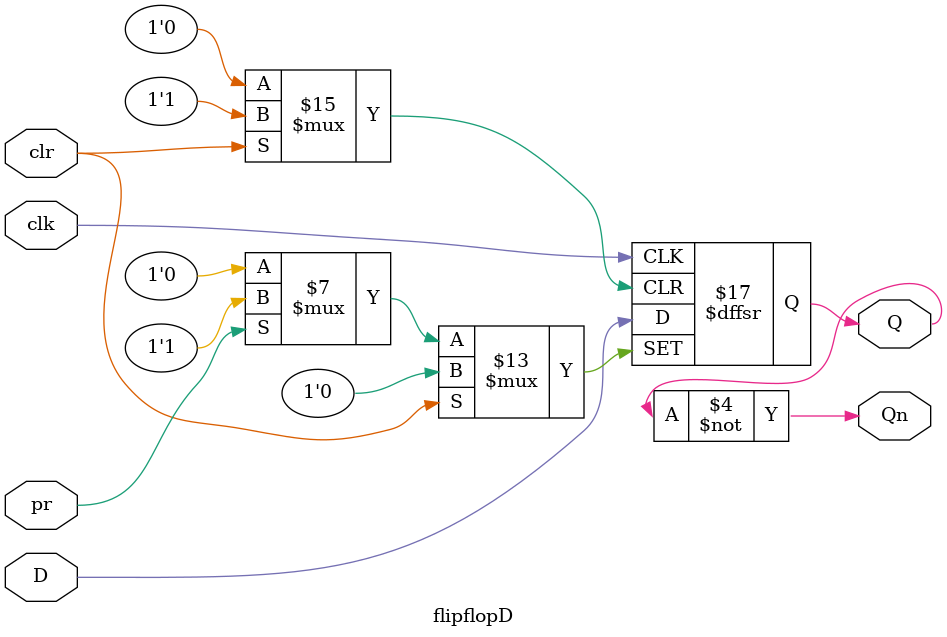
<source format=v>
module flipflopD(D, clk, pr, clr, Q, Qn);
    input D, clk, pr, clr;
    output reg Q;
    output Qn;

    always @(negedge clk, posedge pr, posedge clr) begin
        if(pr == 1)begin
            Q <= 1;
        end 
        else if(clr == 1)begin
            Q <= 0;
        end
        else begin 
            Q <= D;
        end
    end
    assign Qn = ~Q;
endmodule
</source>
